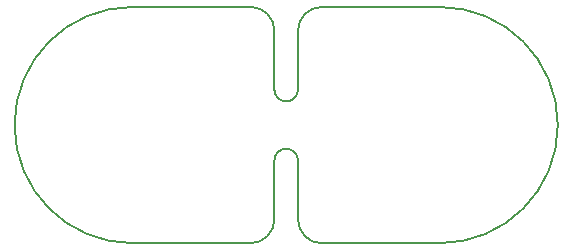
<source format=gbr>
G04 #@! TF.FileFunction,Profile,NP*
%FSLAX46Y46*%
G04 Gerber Fmt 4.6, Leading zero omitted, Abs format (unit mm)*
G04 Created by KiCad (PCBNEW 4.0.6) date 08/21/17 17:29:22*
%MOMM*%
%LPD*%
G01*
G04 APERTURE LIST*
%ADD10C,0.100000*%
%ADD11C,0.150000*%
G04 APERTURE END LIST*
D10*
D11*
X23000000Y-8000000D02*
G75*
G03X24000000Y-7000000I0J1000000D01*
G01*
X22000000Y-7000000D02*
G75*
G03X23000000Y-8000000I1000000J0D01*
G01*
X24000000Y-13000000D02*
G75*
G03X23000000Y-12000000I-1000000J0D01*
G01*
X23000000Y-12000000D02*
G75*
G03X22000000Y-13000000I0J-1000000D01*
G01*
X20000000Y0D02*
X10000000Y0D01*
X26000000Y0D02*
X36000000Y0D01*
X24000000Y-7000000D02*
X24000000Y-2000000D01*
X22000000Y-2000000D02*
X22000000Y-7000000D01*
X24000000Y-13000000D02*
X24000000Y-18000000D01*
X22000000Y-18000000D02*
X22000000Y-13000000D01*
X20000000Y-20000000D02*
X10000000Y-20000000D01*
X36000000Y-20000000D02*
X26000000Y-20000000D01*
X24000000Y-18000000D02*
G75*
G03X26000000Y-20000000I2000000J0D01*
G01*
X20000000Y-20000000D02*
G75*
G03X22000000Y-18000000I0J2000000D01*
G01*
X26000000Y0D02*
G75*
G03X24000000Y-2000000I0J-2000000D01*
G01*
X22000000Y-2000000D02*
G75*
G03X20000000Y0I-2000000J0D01*
G01*
X0Y-10000000D02*
G75*
G03X10000000Y-20000000I10000000J0D01*
G01*
X10000000Y0D02*
G75*
G03X0Y-10000000I0J-10000000D01*
G01*
X36000000Y-20000000D02*
G75*
G03X46000000Y-10000000I0J10000000D01*
G01*
X46000000Y-10000000D02*
G75*
G03X36000000Y0I-10000000J0D01*
G01*
M02*

</source>
